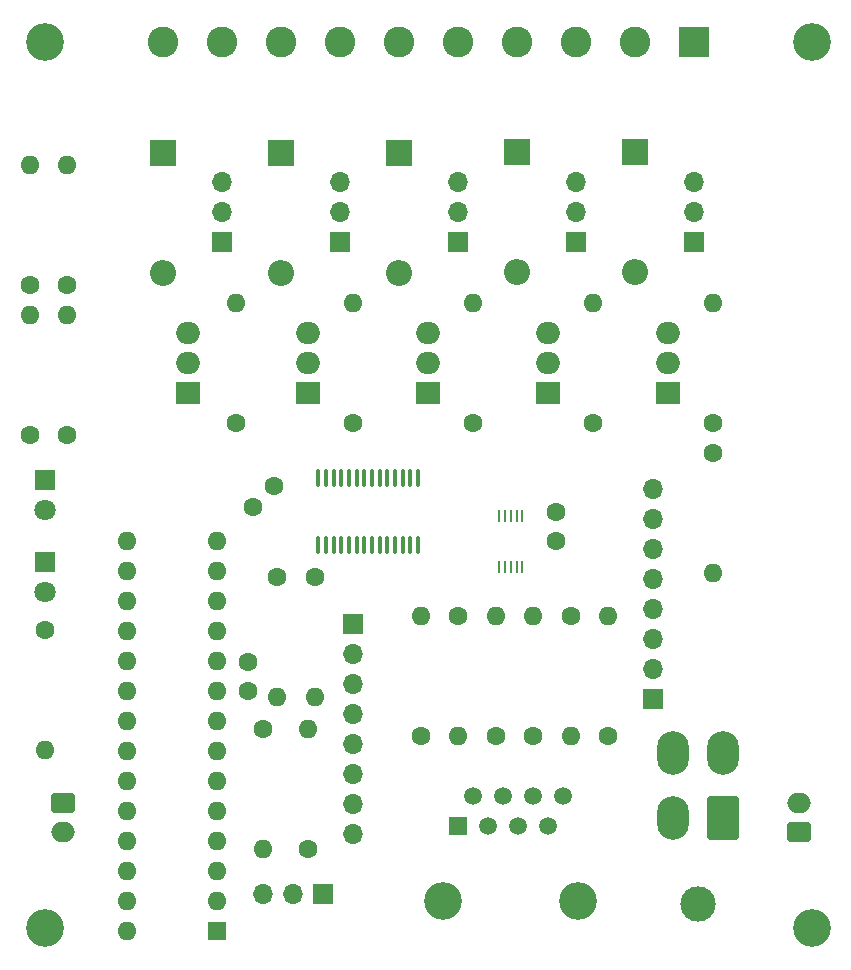
<source format=gbr>
%TF.GenerationSoftware,KiCad,Pcbnew,8.0.4*%
%TF.CreationDate,2024-12-06T03:31:41-06:00*%
%TF.ProjectId,left_hand,6c656674-5f68-4616-9e64-2e6b69636164,rev?*%
%TF.SameCoordinates,Original*%
%TF.FileFunction,Soldermask,Top*%
%TF.FilePolarity,Negative*%
%FSLAX46Y46*%
G04 Gerber Fmt 4.6, Leading zero omitted, Abs format (unit mm)*
G04 Created by KiCad (PCBNEW 8.0.4) date 2024-12-06 03:31:41*
%MOMM*%
%LPD*%
G01*
G04 APERTURE LIST*
G04 Aperture macros list*
%AMRoundRect*
0 Rectangle with rounded corners*
0 $1 Rounding radius*
0 $2 $3 $4 $5 $6 $7 $8 $9 X,Y pos of 4 corners*
0 Add a 4 corners polygon primitive as box body*
4,1,4,$2,$3,$4,$5,$6,$7,$8,$9,$2,$3,0*
0 Add four circle primitives for the rounded corners*
1,1,$1+$1,$2,$3*
1,1,$1+$1,$4,$5*
1,1,$1+$1,$6,$7*
1,1,$1+$1,$8,$9*
0 Add four rect primitives between the rounded corners*
20,1,$1+$1,$2,$3,$4,$5,0*
20,1,$1+$1,$4,$5,$6,$7,0*
20,1,$1+$1,$6,$7,$8,$9,0*
20,1,$1+$1,$8,$9,$2,$3,0*%
G04 Aperture macros list end*
%ADD10R,1.700000X1.700000*%
%ADD11O,1.700000X1.700000*%
%ADD12R,2.000000X1.905000*%
%ADD13O,2.000000X1.905000*%
%ADD14C,1.600000*%
%ADD15O,1.600000X1.600000*%
%ADD16RoundRect,0.250000X-0.750000X0.600000X-0.750000X-0.600000X0.750000X-0.600000X0.750000X0.600000X0*%
%ADD17O,2.000000X1.700000*%
%ADD18R,2.200000X2.200000*%
%ADD19O,2.200000X2.200000*%
%ADD20C,3.000000*%
%ADD21RoundRect,0.250001X1.099999X1.599999X-1.099999X1.599999X-1.099999X-1.599999X1.099999X-1.599999X0*%
%ADD22O,2.700000X3.700000*%
%ADD23C,3.200000*%
%ADD24R,1.800000X1.800000*%
%ADD25C,1.800000*%
%ADD26R,2.600000X2.600000*%
%ADD27C,2.600000*%
%ADD28R,1.600000X1.600000*%
%ADD29RoundRect,0.100000X0.100000X-0.637500X0.100000X0.637500X-0.100000X0.637500X-0.100000X-0.637500X0*%
%ADD30R,0.250000X1.100000*%
%ADD31R,1.500000X1.500000*%
%ADD32C,1.500000*%
%ADD33RoundRect,0.250000X0.750000X-0.600000X0.750000X0.600000X-0.750000X0.600000X-0.750000X-0.600000X0*%
G04 APERTURE END LIST*
D10*
%TO.C,M1*%
X135000000Y-78960000D03*
D11*
X135000000Y-76420000D03*
X135000000Y-73880000D03*
%TD*%
D12*
%TO.C,Q2*%
X142320000Y-91740000D03*
D13*
X142320000Y-89200000D03*
X142320000Y-86660000D03*
%TD*%
D10*
%TO.C,M3*%
X155000000Y-78960000D03*
D11*
X155000000Y-76420000D03*
X155000000Y-73880000D03*
%TD*%
D14*
%TO.C,R21*%
X151845000Y-120780000D03*
D15*
X151845000Y-110620000D03*
%TD*%
D16*
%TO.C,J4*%
X121560000Y-126385000D03*
D17*
X121560000Y-128885000D03*
%TD*%
D18*
%TO.C,D2*%
X140000000Y-71420000D03*
D19*
X140000000Y-81580000D03*
%TD*%
D14*
%TO.C,R5*%
X118745000Y-82550000D03*
D15*
X118745000Y-72390000D03*
%TD*%
D20*
%TO.C,J6*%
X175340000Y-134965000D03*
D21*
X177440000Y-127665000D03*
D22*
X173240000Y-127665000D03*
X177440000Y-122165000D03*
X173240000Y-122165000D03*
%TD*%
D14*
%TO.C,R16*%
X167720000Y-120780000D03*
D15*
X167720000Y-110620000D03*
%TD*%
D10*
%TO.C,M4*%
X165000000Y-78960000D03*
D11*
X165000000Y-76420000D03*
X165000000Y-73880000D03*
%TD*%
D14*
%TO.C,C1*%
X139393884Y-99576117D03*
X137626117Y-101343884D03*
%TD*%
%TO.C,R13*%
X121920000Y-95245000D03*
D15*
X121920000Y-85085000D03*
%TD*%
D14*
%TO.C,C2*%
X137240000Y-116950000D03*
X137240000Y-114450000D03*
%TD*%
%TO.C,R12*%
X118745000Y-95245000D03*
D15*
X118745000Y-85085000D03*
%TD*%
D10*
%TO.C,J1*%
X146130000Y-111255000D03*
D11*
X146130000Y-113795000D03*
X146130000Y-116335000D03*
X146130000Y-118875000D03*
X146130000Y-121415000D03*
X146130000Y-123955000D03*
X146130000Y-126495000D03*
X146130000Y-129035000D03*
%TD*%
D14*
%TO.C,R7*%
X156290000Y-94280000D03*
D15*
X156290000Y-84120000D03*
%TD*%
D18*
%TO.C,D4*%
X160000000Y-71260000D03*
D19*
X160000000Y-81420000D03*
%TD*%
D14*
%TO.C,C3*%
X163275000Y-104250000D03*
X163275000Y-101750000D03*
%TD*%
D23*
%TO.C,H4*%
X185000000Y-62000000D03*
%TD*%
D24*
%TO.C,D6*%
X120015000Y-99055000D03*
D25*
X120015000Y-101595000D03*
%TD*%
D24*
%TO.C,D7*%
X120015000Y-106040000D03*
D25*
X120015000Y-108580000D03*
%TD*%
D26*
%TO.C,J2*%
X175000000Y-62000000D03*
D27*
X170000000Y-62000000D03*
X165000000Y-62000000D03*
X160000000Y-62000000D03*
X155000000Y-62000000D03*
X150000000Y-62000000D03*
X145000000Y-62000000D03*
X140000000Y-62000000D03*
X135000000Y-62000000D03*
X130000000Y-62000000D03*
%TD*%
D10*
%TO.C,J8*%
X143575000Y-134115000D03*
D11*
X141035000Y-134115000D03*
X138495000Y-134115000D03*
%TD*%
D10*
%TO.C,J7*%
X171530000Y-117605000D03*
D11*
X171530000Y-115065000D03*
X171530000Y-112525000D03*
X171530000Y-109985000D03*
X171530000Y-107445000D03*
X171530000Y-104905000D03*
X171530000Y-102365000D03*
X171530000Y-99825000D03*
%TD*%
D14*
%TO.C,R4*%
X142875000Y-107315000D03*
D15*
X142875000Y-117475000D03*
%TD*%
D18*
%TO.C,D3*%
X150000000Y-71420000D03*
D19*
X150000000Y-81580000D03*
%TD*%
D12*
%TO.C,Q1*%
X132160000Y-91740000D03*
D13*
X132160000Y-89200000D03*
X132160000Y-86660000D03*
%TD*%
D12*
%TO.C,Q5*%
X172800000Y-91740000D03*
D13*
X172800000Y-89200000D03*
X172800000Y-86660000D03*
%TD*%
D28*
%TO.C,U1*%
X134620000Y-137290000D03*
D15*
X134620000Y-134750000D03*
X134620000Y-132210000D03*
X134620000Y-129670000D03*
X134620000Y-127130000D03*
X134620000Y-124590000D03*
X134620000Y-122050000D03*
X134620000Y-119510000D03*
X134620000Y-116970000D03*
X134620000Y-114430000D03*
X134620000Y-111890000D03*
X134620000Y-109350000D03*
X134620000Y-106810000D03*
X134620000Y-104270000D03*
X127000000Y-104270000D03*
X127000000Y-106810000D03*
X127000000Y-109350000D03*
X127000000Y-111890000D03*
X127000000Y-114430000D03*
X127000000Y-116970000D03*
X127000000Y-119510000D03*
X127000000Y-122050000D03*
X127000000Y-124590000D03*
X127000000Y-127130000D03*
X127000000Y-129670000D03*
X127000000Y-132210000D03*
X127000000Y-134750000D03*
X127000000Y-137290000D03*
%TD*%
D23*
%TO.C,H3*%
X185000000Y-137000000D03*
%TD*%
D14*
%TO.C,R10*%
X176610000Y-94280000D03*
D15*
X176610000Y-84120000D03*
%TD*%
D23*
%TO.C,H2*%
X120000000Y-137000000D03*
%TD*%
D14*
%TO.C,R18*%
X138510000Y-120145000D03*
D15*
X138510000Y-130305000D03*
%TD*%
D18*
%TO.C,D1*%
X130000000Y-71420000D03*
D19*
X130000000Y-81580000D03*
%TD*%
D14*
%TO.C,R8*%
X166450000Y-94280000D03*
D15*
X166450000Y-84120000D03*
%TD*%
D12*
%TO.C,Q4*%
X162640000Y-91740000D03*
D13*
X162640000Y-89200000D03*
X162640000Y-86660000D03*
%TD*%
D14*
%TO.C,R1*%
X136224000Y-94280000D03*
D15*
X136224000Y-84120000D03*
%TD*%
D14*
%TO.C,R15*%
X164545000Y-110620000D03*
D15*
X164545000Y-120780000D03*
%TD*%
D10*
%TO.C,M5*%
X175000000Y-78960000D03*
D11*
X175000000Y-76420000D03*
X175000000Y-73880000D03*
%TD*%
D14*
%TO.C,R3*%
X139700000Y-107315000D03*
D15*
X139700000Y-117475000D03*
%TD*%
D23*
%TO.C,H1*%
X120000000Y-62000000D03*
%TD*%
D14*
%TO.C,R11*%
X120015000Y-111760000D03*
D15*
X120015000Y-121920000D03*
%TD*%
D14*
%TO.C,R19*%
X158195000Y-120780000D03*
D15*
X158195000Y-110620000D03*
%TD*%
D10*
%TO.C,M2*%
X145000000Y-78960000D03*
D11*
X145000000Y-76420000D03*
X145000000Y-73880000D03*
%TD*%
D14*
%TO.C,R20*%
X155020000Y-110620000D03*
D15*
X155020000Y-120780000D03*
%TD*%
D29*
%TO.C,U2*%
X143175000Y-104592500D03*
X143825000Y-104592500D03*
X144475000Y-104592500D03*
X145125000Y-104592500D03*
X145775000Y-104592500D03*
X146425000Y-104592500D03*
X147075000Y-104592500D03*
X147725000Y-104592500D03*
X148375000Y-104592500D03*
X149025000Y-104592500D03*
X149675000Y-104592500D03*
X150325000Y-104592500D03*
X150975000Y-104592500D03*
X151625000Y-104592500D03*
X151625000Y-98867500D03*
X150975000Y-98867500D03*
X150325000Y-98867500D03*
X149675000Y-98867500D03*
X149025000Y-98867500D03*
X148375000Y-98867500D03*
X147725000Y-98867500D03*
X147075000Y-98867500D03*
X146425000Y-98867500D03*
X145775000Y-98867500D03*
X145125000Y-98867500D03*
X144475000Y-98867500D03*
X143825000Y-98867500D03*
X143175000Y-98867500D03*
%TD*%
D14*
%TO.C,R9*%
X176618465Y-96789608D03*
D15*
X176618465Y-106949608D03*
%TD*%
D18*
%TO.C,D5*%
X170000000Y-71260000D03*
D19*
X170000000Y-81420000D03*
%TD*%
D14*
%TO.C,R14*%
X161370000Y-120780000D03*
D15*
X161370000Y-110620000D03*
%TD*%
D14*
%TO.C,R17*%
X142320000Y-130305000D03*
D15*
X142320000Y-120145000D03*
%TD*%
D30*
%TO.C,U3*%
X160465000Y-102120000D03*
X159965000Y-102120000D03*
X159465000Y-102120000D03*
X158965000Y-102120000D03*
X158465000Y-102120000D03*
X158465000Y-106420000D03*
X158965000Y-106420000D03*
X159465000Y-106420000D03*
X159965000Y-106420000D03*
X160465000Y-106420000D03*
%TD*%
D12*
%TO.C,Q3*%
X152480000Y-91740000D03*
D13*
X152480000Y-89200000D03*
X152480000Y-86660000D03*
%TD*%
D23*
%TO.C,J5*%
X153750000Y-134750000D03*
X165180000Y-134750000D03*
D31*
X155020000Y-128400000D03*
D32*
X156290000Y-125860000D03*
X157560000Y-128400000D03*
X158830000Y-125860000D03*
X160100000Y-128400000D03*
X161370000Y-125860000D03*
X162640000Y-128400000D03*
X163910000Y-125860000D03*
%TD*%
D33*
%TO.C,J3*%
X183875000Y-128885000D03*
D17*
X183875000Y-126385000D03*
%TD*%
D14*
%TO.C,R2*%
X146130000Y-94280000D03*
D15*
X146130000Y-84120000D03*
%TD*%
D14*
%TO.C,R6*%
X121920000Y-82550000D03*
D15*
X121920000Y-72390000D03*
%TD*%
M02*

</source>
